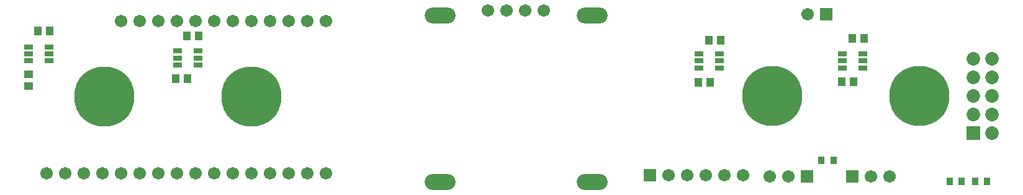
<source format=gts>
G04*
G04 #@! TF.GenerationSoftware,Altium Limited,Altium Designer,18.1.9 (240)*
G04*
G04 Layer_Color=8388736*
%FSAX25Y25*%
%MOIN*%
G70*
G01*
G75*
%ADD20R,0.03556X0.04147*%
%ADD21R,0.04737X0.03162*%
%ADD22R,0.04540X0.04147*%
%ADD23C,0.32296*%
%ADD24R,0.04147X0.04540*%
%ADD25O,0.16548X0.08674*%
%ADD26C,0.06706*%
%ADD27C,0.06710*%
%ADD28C,0.07296*%
%ADD29R,0.07296X0.07296*%
%ADD30R,0.06706X0.06706*%
%ADD31C,0.06706*%
D20*
X0654543Y0282343D02*
D03*
X0661039D02*
D03*
X0668161Y0282358D02*
D03*
X0674657D02*
D03*
X0592245Y0293600D02*
D03*
X0585749D02*
D03*
D21*
X0171112Y0347160D02*
D03*
Y0350900D02*
D03*
Y0354640D02*
D03*
X0160088Y0347160D02*
D03*
Y0350900D02*
D03*
Y0354640D02*
D03*
X0531012Y0343360D02*
D03*
Y0347100D02*
D03*
Y0350840D02*
D03*
X0519988Y0343360D02*
D03*
Y0347100D02*
D03*
Y0350840D02*
D03*
X0608112Y0343360D02*
D03*
Y0347100D02*
D03*
Y0350840D02*
D03*
X0597088Y0343360D02*
D03*
Y0347100D02*
D03*
Y0350840D02*
D03*
X0251012Y0344960D02*
D03*
Y0348700D02*
D03*
Y0352440D02*
D03*
X0239988Y0344960D02*
D03*
Y0348700D02*
D03*
Y0352440D02*
D03*
D22*
X0160100Y0333550D02*
D03*
Y0339850D02*
D03*
D23*
X0200700Y0327800D02*
D03*
X0559200Y0328200D02*
D03*
X0638300D02*
D03*
X0279510Y0327932D02*
D03*
D24*
X0164950Y0363100D02*
D03*
X0171250D02*
D03*
X0525850Y0335700D02*
D03*
X0519550D02*
D03*
X0525450Y0358300D02*
D03*
X0531750D02*
D03*
X0602250Y0359100D02*
D03*
X0608550D02*
D03*
X0603050Y0335800D02*
D03*
X0596750D02*
D03*
X0244850Y0360500D02*
D03*
X0251150D02*
D03*
X0245350Y0337600D02*
D03*
X0239050D02*
D03*
D25*
X0462598Y0371532D02*
D03*
X0380905D02*
D03*
X0380865Y0281768D02*
D03*
X0462598D02*
D03*
D26*
X0406535Y0374170D02*
D03*
X0319700Y0286437D02*
D03*
X0309700D02*
D03*
X0169700D02*
D03*
X0179700D02*
D03*
X0189700D02*
D03*
X0199700D02*
D03*
X0209700D02*
D03*
X0219700D02*
D03*
X0229700Y0286476D02*
D03*
X0299700Y0286437D02*
D03*
X0289700D02*
D03*
X0279700D02*
D03*
X0269700D02*
D03*
X0239700D02*
D03*
X0249700D02*
D03*
X0259700D02*
D03*
X0209700Y0368563D02*
D03*
X0219700D02*
D03*
X0229700D02*
D03*
X0239700D02*
D03*
X0249700D02*
D03*
X0259700D02*
D03*
X0269700D02*
D03*
X0279700D02*
D03*
X0289700D02*
D03*
X0299700D02*
D03*
X0309700D02*
D03*
X0319700D02*
D03*
D27*
X0416535Y0374131D02*
D03*
X0426535D02*
D03*
X0436574Y0374170D02*
D03*
D28*
X0677218Y0348183D02*
D03*
Y0338183D02*
D03*
Y0328183D02*
D03*
Y0318183D02*
D03*
Y0308183D02*
D03*
X0667218Y0348183D02*
D03*
Y0338183D02*
D03*
Y0328183D02*
D03*
Y0318183D02*
D03*
D29*
Y0308183D02*
D03*
D30*
X0588300Y0372100D02*
D03*
X0578000Y0285000D02*
D03*
X0602300Y0284900D02*
D03*
X0493800Y0285600D02*
D03*
D31*
X0578300Y0372100D02*
D03*
X0568000Y0285000D02*
D03*
X0558000D02*
D03*
X0612300Y0284900D02*
D03*
X0622300D02*
D03*
X0200700Y0327800D02*
D03*
X0559200Y0328200D02*
D03*
X0638300D02*
D03*
X0279510Y0327932D02*
D03*
X0543800Y0285600D02*
D03*
X0533800D02*
D03*
X0523800D02*
D03*
X0513800D02*
D03*
X0503800D02*
D03*
M02*

</source>
